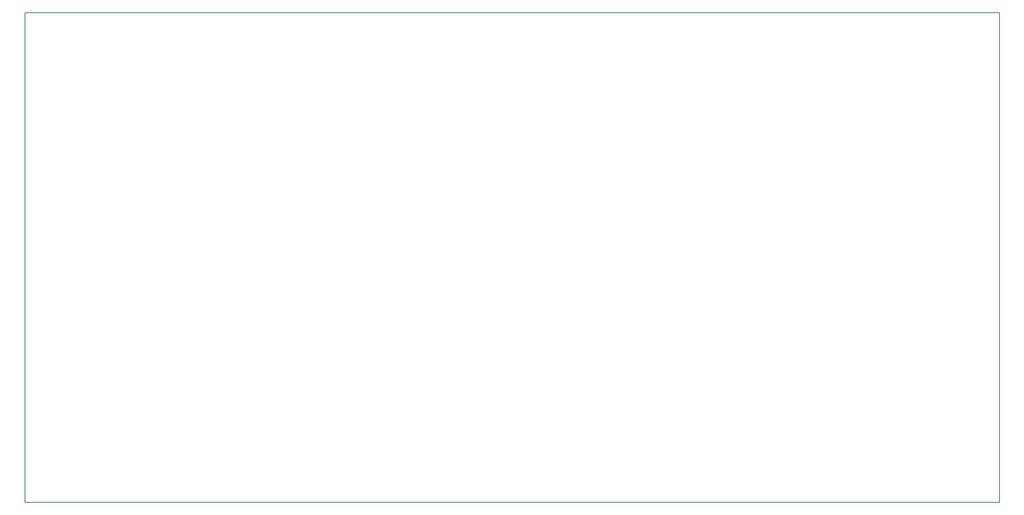
<source format=gbr>
%TF.GenerationSoftware,KiCad,Pcbnew,7.0.10+dfsg-1*%
%TF.CreationDate,2024-02-25T05:42:20-05:00*%
%TF.ProjectId,BB816-MATX-minimal,42423831-362d-44d4-9154-582d6d696e69,rev?*%
%TF.SameCoordinates,Original*%
%TF.FileFunction,Profile,NP*%
%FSLAX46Y46*%
G04 Gerber Fmt 4.6, Leading zero omitted, Abs format (unit mm)*
G04 Created by KiCad (PCBNEW 7.0.10+dfsg-1) date 2024-02-25 05:42:20*
%MOMM*%
%LPD*%
G01*
G04 APERTURE LIST*
%TA.AperFunction,Profile*%
%ADD10C,0.150000*%
%TD*%
G04 APERTURE END LIST*
D10*
X38100000Y-258710000D02*
X38100000Y-160490000D01*
X38100000Y-160490000D02*
X233260000Y-160490000D01*
X233260000Y-258710000D02*
X233260000Y-160490000D01*
X38100000Y-258710000D02*
X233260000Y-258710000D01*
M02*

</source>
